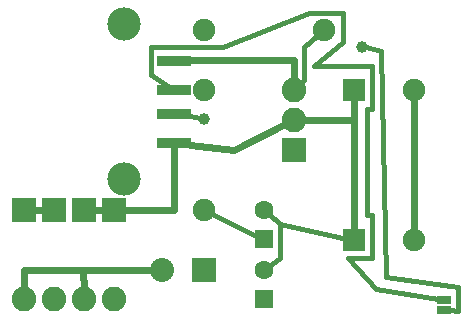
<source format=gtl>
G04 MADE WITH FRITZING*
G04 WWW.FRITZING.ORG*
G04 DOUBLE SIDED*
G04 HOLES PLATED*
G04 CONTOUR ON CENTER OF CONTOUR VECTOR*
%ASAXBY*%
%FSLAX23Y23*%
%MOIN*%
%OFA0B0*%
%SFA1.0B1.0*%
%ADD10C,0.111000*%
%ADD11C,0.082000*%
%ADD12C,0.080000*%
%ADD13C,0.075000*%
%ADD14C,0.062992*%
%ADD15C,0.039370*%
%ADD16R,0.118110X0.035433*%
%ADD17R,0.082000X0.082000*%
%ADD18R,0.080000X0.080000*%
%ADD19R,0.075000X0.075000*%
%ADD20R,0.062992X0.062992*%
%ADD21R,0.050000X0.025000*%
%ADD22C,0.024000*%
%ADD23C,0.016000*%
%LNCOPPER1*%
G90*
G70*
G54D10*
X479Y467D03*
X479Y984D03*
X479Y467D03*
X479Y984D03*
G54D11*
X1044Y565D03*
X1044Y665D03*
X1044Y765D03*
G54D12*
X744Y165D03*
X607Y165D03*
G54D11*
X444Y365D03*
X444Y67D03*
X344Y365D03*
X344Y67D03*
X244Y365D03*
X244Y67D03*
X144Y365D03*
X144Y67D03*
G54D13*
X1244Y265D03*
X1444Y265D03*
X1244Y765D03*
X1444Y765D03*
G54D14*
X944Y267D03*
X944Y365D03*
X944Y67D03*
X944Y165D03*
G54D13*
X744Y965D03*
X1144Y965D03*
X744Y365D03*
X744Y765D03*
G54D15*
X744Y670D03*
X1272Y910D03*
G54D16*
X644Y765D03*
X644Y863D03*
X644Y686D03*
X644Y588D03*
G54D17*
X1044Y565D03*
G54D18*
X744Y165D03*
G54D17*
X444Y366D03*
X344Y366D03*
X244Y366D03*
X144Y366D03*
G54D19*
X1244Y265D03*
X1244Y765D03*
G54D20*
X944Y267D03*
X944Y67D03*
G54D21*
X1544Y65D03*
X1544Y33D03*
G54D22*
X1244Y294D02*
X1244Y736D01*
D02*
X1444Y294D02*
X1444Y736D01*
D02*
X377Y365D02*
X412Y365D01*
D02*
X177Y365D02*
X212Y365D01*
D02*
X144Y99D02*
X144Y166D01*
D02*
X343Y166D02*
X344Y99D01*
D02*
X144Y166D02*
X343Y166D01*
D02*
X343Y166D02*
X344Y99D01*
D02*
X576Y165D02*
X343Y166D01*
D02*
X1045Y866D02*
X698Y864D01*
D02*
X1045Y797D02*
X1045Y866D01*
D02*
X844Y564D02*
X698Y582D01*
D02*
X1016Y651D02*
X844Y564D01*
D02*
X646Y366D02*
X645Y576D01*
D02*
X477Y365D02*
X646Y366D01*
D02*
X1244Y736D02*
X1244Y665D01*
D02*
X1244Y665D02*
X1077Y665D01*
G54D23*
D02*
X765Y355D02*
X925Y276D01*
D02*
X1127Y950D02*
X1080Y910D01*
X1080Y910D02*
X1080Y798D01*
X1080Y798D02*
X1064Y783D01*
D02*
X962Y178D02*
X1000Y206D01*
X1000Y206D02*
X1000Y318D01*
X1000Y318D02*
X961Y351D01*
D02*
X1222Y270D02*
X1000Y318D01*
D02*
X1525Y68D02*
X1320Y102D01*
X1320Y102D02*
X1224Y206D01*
X1224Y206D02*
X1304Y206D01*
X1304Y206D02*
X1304Y350D01*
X1304Y350D02*
X1288Y350D01*
X1288Y350D02*
X1288Y702D01*
X1288Y702D02*
X1304Y702D01*
X1304Y702D02*
X1304Y846D01*
X1304Y846D02*
X1112Y846D01*
X1112Y846D02*
X1208Y926D01*
X1208Y926D02*
X1208Y1022D01*
D02*
X1208Y1022D02*
X1096Y1022D01*
D02*
X1096Y1022D02*
X808Y910D01*
X808Y910D02*
X568Y910D01*
X568Y910D02*
X568Y814D01*
X568Y814D02*
X626Y777D01*
D02*
X698Y678D02*
X731Y672D01*
D02*
X1285Y907D02*
X1336Y894D01*
X1336Y894D02*
X1352Y142D01*
X1352Y142D02*
X1592Y110D01*
X1592Y110D02*
X1592Y30D01*
D02*
X1592Y30D02*
X1564Y32D01*
G04 End of Copper1*
M02*
</source>
